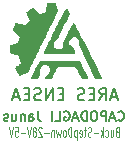
<source format=gbo>
G04 #@! TF.GenerationSoftware,KiCad,Pcbnew,9.0.1-9.0.1-0~ubuntu24.04.1*
G04 #@! TF.CreationDate,2025-05-08T14:48:16+02:00*
G04 #@! TF.ProjectId,MP1584-5V,4d503135-3834-42d3-9556-2e6b69636164,rev?*
G04 #@! TF.SameCoordinates,Original*
G04 #@! TF.FileFunction,Legend,Bot*
G04 #@! TF.FilePolarity,Positive*
%FSLAX46Y46*%
G04 Gerber Fmt 4.6, Leading zero omitted, Abs format (unit mm)*
G04 Created by KiCad (PCBNEW 9.0.1-9.0.1-0~ubuntu24.04.1) date 2025-05-08 14:48:16*
%MOMM*%
%LPD*%
G01*
G04 APERTURE LIST*
G04 Aperture macros list*
%AMRoundRect*
0 Rectangle with rounded corners*
0 $1 Rounding radius*
0 $2 $3 $4 $5 $6 $7 $8 $9 X,Y pos of 4 corners*
0 Add a 4 corners polygon primitive as box body*
4,1,4,$2,$3,$4,$5,$6,$7,$8,$9,$2,$3,0*
0 Add four circle primitives for the rounded corners*
1,1,$1+$1,$2,$3*
1,1,$1+$1,$4,$5*
1,1,$1+$1,$6,$7*
1,1,$1+$1,$8,$9*
0 Add four rect primitives between the rounded corners*
20,1,$1+$1,$2,$3,$4,$5,0*
20,1,$1+$1,$4,$5,$6,$7,0*
20,1,$1+$1,$6,$7,$8,$9,0*
20,1,$1+$1,$8,$9,$2,$3,0*%
G04 Aperture macros list end*
%ADD10C,0.125000*%
%ADD11C,0.150000*%
%ADD12C,0.000000*%
%ADD13RoundRect,0.250000X0.750000X-0.600000X0.750000X0.600000X-0.750000X0.600000X-0.750000X-0.600000X0*%
%ADD14O,2.000000X1.700000*%
%ADD15RoundRect,0.250000X-0.750000X0.600000X-0.750000X-0.600000X0.750000X-0.600000X0.750000X0.600000X0*%
G04 APERTURE END LIST*
D10*
X174242049Y-94346547D02*
X174170621Y-94384642D01*
X174170621Y-94384642D02*
X174146811Y-94422738D01*
X174146811Y-94422738D02*
X174123002Y-94498928D01*
X174123002Y-94498928D02*
X174123002Y-94613214D01*
X174123002Y-94613214D02*
X174146811Y-94689404D01*
X174146811Y-94689404D02*
X174170621Y-94727500D01*
X174170621Y-94727500D02*
X174218240Y-94765595D01*
X174218240Y-94765595D02*
X174408716Y-94765595D01*
X174408716Y-94765595D02*
X174408716Y-93965595D01*
X174408716Y-93965595D02*
X174242049Y-93965595D01*
X174242049Y-93965595D02*
X174194430Y-94003690D01*
X174194430Y-94003690D02*
X174170621Y-94041785D01*
X174170621Y-94041785D02*
X174146811Y-94117976D01*
X174146811Y-94117976D02*
X174146811Y-94194166D01*
X174146811Y-94194166D02*
X174170621Y-94270357D01*
X174170621Y-94270357D02*
X174194430Y-94308452D01*
X174194430Y-94308452D02*
X174242049Y-94346547D01*
X174242049Y-94346547D02*
X174408716Y-94346547D01*
X173694430Y-94232261D02*
X173694430Y-94765595D01*
X173908716Y-94232261D02*
X173908716Y-94651309D01*
X173908716Y-94651309D02*
X173884906Y-94727500D01*
X173884906Y-94727500D02*
X173837287Y-94765595D01*
X173837287Y-94765595D02*
X173765859Y-94765595D01*
X173765859Y-94765595D02*
X173718240Y-94727500D01*
X173718240Y-94727500D02*
X173694430Y-94689404D01*
X173242049Y-94727500D02*
X173289668Y-94765595D01*
X173289668Y-94765595D02*
X173384906Y-94765595D01*
X173384906Y-94765595D02*
X173432525Y-94727500D01*
X173432525Y-94727500D02*
X173456335Y-94689404D01*
X173456335Y-94689404D02*
X173480144Y-94613214D01*
X173480144Y-94613214D02*
X173480144Y-94384642D01*
X173480144Y-94384642D02*
X173456335Y-94308452D01*
X173456335Y-94308452D02*
X173432525Y-94270357D01*
X173432525Y-94270357D02*
X173384906Y-94232261D01*
X173384906Y-94232261D02*
X173289668Y-94232261D01*
X173289668Y-94232261D02*
X173242049Y-94270357D01*
X173027764Y-94765595D02*
X173027764Y-93965595D01*
X172980145Y-94460833D02*
X172837288Y-94765595D01*
X172837288Y-94232261D02*
X173027764Y-94537023D01*
X172623002Y-94460833D02*
X172242050Y-94460833D01*
X172027763Y-94727500D02*
X171956335Y-94765595D01*
X171956335Y-94765595D02*
X171837287Y-94765595D01*
X171837287Y-94765595D02*
X171789668Y-94727500D01*
X171789668Y-94727500D02*
X171765859Y-94689404D01*
X171765859Y-94689404D02*
X171742049Y-94613214D01*
X171742049Y-94613214D02*
X171742049Y-94537023D01*
X171742049Y-94537023D02*
X171765859Y-94460833D01*
X171765859Y-94460833D02*
X171789668Y-94422738D01*
X171789668Y-94422738D02*
X171837287Y-94384642D01*
X171837287Y-94384642D02*
X171932525Y-94346547D01*
X171932525Y-94346547D02*
X171980144Y-94308452D01*
X171980144Y-94308452D02*
X172003954Y-94270357D01*
X172003954Y-94270357D02*
X172027763Y-94194166D01*
X172027763Y-94194166D02*
X172027763Y-94117976D01*
X172027763Y-94117976D02*
X172003954Y-94041785D01*
X172003954Y-94041785D02*
X171980144Y-94003690D01*
X171980144Y-94003690D02*
X171932525Y-93965595D01*
X171932525Y-93965595D02*
X171813478Y-93965595D01*
X171813478Y-93965595D02*
X171742049Y-94003690D01*
X171599192Y-94232261D02*
X171408716Y-94232261D01*
X171527764Y-93965595D02*
X171527764Y-94651309D01*
X171527764Y-94651309D02*
X171503954Y-94727500D01*
X171503954Y-94727500D02*
X171456335Y-94765595D01*
X171456335Y-94765595D02*
X171408716Y-94765595D01*
X171051574Y-94727500D02*
X171099193Y-94765595D01*
X171099193Y-94765595D02*
X171194431Y-94765595D01*
X171194431Y-94765595D02*
X171242050Y-94727500D01*
X171242050Y-94727500D02*
X171265859Y-94651309D01*
X171265859Y-94651309D02*
X171265859Y-94346547D01*
X171265859Y-94346547D02*
X171242050Y-94270357D01*
X171242050Y-94270357D02*
X171194431Y-94232261D01*
X171194431Y-94232261D02*
X171099193Y-94232261D01*
X171099193Y-94232261D02*
X171051574Y-94270357D01*
X171051574Y-94270357D02*
X171027764Y-94346547D01*
X171027764Y-94346547D02*
X171027764Y-94422738D01*
X171027764Y-94422738D02*
X171265859Y-94498928D01*
X170813479Y-94232261D02*
X170813479Y-95032261D01*
X170813479Y-94270357D02*
X170765860Y-94232261D01*
X170765860Y-94232261D02*
X170670622Y-94232261D01*
X170670622Y-94232261D02*
X170623003Y-94270357D01*
X170623003Y-94270357D02*
X170599193Y-94308452D01*
X170599193Y-94308452D02*
X170575384Y-94384642D01*
X170575384Y-94384642D02*
X170575384Y-94613214D01*
X170575384Y-94613214D02*
X170599193Y-94689404D01*
X170599193Y-94689404D02*
X170623003Y-94727500D01*
X170623003Y-94727500D02*
X170670622Y-94765595D01*
X170670622Y-94765595D02*
X170765860Y-94765595D01*
X170765860Y-94765595D02*
X170813479Y-94727500D01*
X170361098Y-94765595D02*
X170361098Y-93965595D01*
X170361098Y-93965595D02*
X170242050Y-93965595D01*
X170242050Y-93965595D02*
X170170622Y-94003690D01*
X170170622Y-94003690D02*
X170123003Y-94079880D01*
X170123003Y-94079880D02*
X170099193Y-94156071D01*
X170099193Y-94156071D02*
X170075384Y-94308452D01*
X170075384Y-94308452D02*
X170075384Y-94422738D01*
X170075384Y-94422738D02*
X170099193Y-94575119D01*
X170099193Y-94575119D02*
X170123003Y-94651309D01*
X170123003Y-94651309D02*
X170170622Y-94727500D01*
X170170622Y-94727500D02*
X170242050Y-94765595D01*
X170242050Y-94765595D02*
X170361098Y-94765595D01*
X169789669Y-94765595D02*
X169837288Y-94727500D01*
X169837288Y-94727500D02*
X169861098Y-94689404D01*
X169861098Y-94689404D02*
X169884907Y-94613214D01*
X169884907Y-94613214D02*
X169884907Y-94384642D01*
X169884907Y-94384642D02*
X169861098Y-94308452D01*
X169861098Y-94308452D02*
X169837288Y-94270357D01*
X169837288Y-94270357D02*
X169789669Y-94232261D01*
X169789669Y-94232261D02*
X169718241Y-94232261D01*
X169718241Y-94232261D02*
X169670622Y-94270357D01*
X169670622Y-94270357D02*
X169646812Y-94308452D01*
X169646812Y-94308452D02*
X169623003Y-94384642D01*
X169623003Y-94384642D02*
X169623003Y-94613214D01*
X169623003Y-94613214D02*
X169646812Y-94689404D01*
X169646812Y-94689404D02*
X169670622Y-94727500D01*
X169670622Y-94727500D02*
X169718241Y-94765595D01*
X169718241Y-94765595D02*
X169789669Y-94765595D01*
X169456336Y-94232261D02*
X169361098Y-94765595D01*
X169361098Y-94765595D02*
X169265860Y-94384642D01*
X169265860Y-94384642D02*
X169170622Y-94765595D01*
X169170622Y-94765595D02*
X169075384Y-94232261D01*
X168884907Y-94232261D02*
X168884907Y-94765595D01*
X168884907Y-94308452D02*
X168861097Y-94270357D01*
X168861097Y-94270357D02*
X168813478Y-94232261D01*
X168813478Y-94232261D02*
X168742050Y-94232261D01*
X168742050Y-94232261D02*
X168694431Y-94270357D01*
X168694431Y-94270357D02*
X168670621Y-94346547D01*
X168670621Y-94346547D02*
X168670621Y-94765595D01*
X168432526Y-94460833D02*
X168051574Y-94460833D01*
X167837287Y-94041785D02*
X167813478Y-94003690D01*
X167813478Y-94003690D02*
X167765859Y-93965595D01*
X167765859Y-93965595D02*
X167646811Y-93965595D01*
X167646811Y-93965595D02*
X167599192Y-94003690D01*
X167599192Y-94003690D02*
X167575383Y-94041785D01*
X167575383Y-94041785D02*
X167551573Y-94117976D01*
X167551573Y-94117976D02*
X167551573Y-94194166D01*
X167551573Y-94194166D02*
X167575383Y-94308452D01*
X167575383Y-94308452D02*
X167861097Y-94765595D01*
X167861097Y-94765595D02*
X167551573Y-94765595D01*
X167265859Y-94308452D02*
X167313478Y-94270357D01*
X167313478Y-94270357D02*
X167337288Y-94232261D01*
X167337288Y-94232261D02*
X167361097Y-94156071D01*
X167361097Y-94156071D02*
X167361097Y-94117976D01*
X167361097Y-94117976D02*
X167337288Y-94041785D01*
X167337288Y-94041785D02*
X167313478Y-94003690D01*
X167313478Y-94003690D02*
X167265859Y-93965595D01*
X167265859Y-93965595D02*
X167170621Y-93965595D01*
X167170621Y-93965595D02*
X167123002Y-94003690D01*
X167123002Y-94003690D02*
X167099193Y-94041785D01*
X167099193Y-94041785D02*
X167075383Y-94117976D01*
X167075383Y-94117976D02*
X167075383Y-94156071D01*
X167075383Y-94156071D02*
X167099193Y-94232261D01*
X167099193Y-94232261D02*
X167123002Y-94270357D01*
X167123002Y-94270357D02*
X167170621Y-94308452D01*
X167170621Y-94308452D02*
X167265859Y-94308452D01*
X167265859Y-94308452D02*
X167313478Y-94346547D01*
X167313478Y-94346547D02*
X167337288Y-94384642D01*
X167337288Y-94384642D02*
X167361097Y-94460833D01*
X167361097Y-94460833D02*
X167361097Y-94613214D01*
X167361097Y-94613214D02*
X167337288Y-94689404D01*
X167337288Y-94689404D02*
X167313478Y-94727500D01*
X167313478Y-94727500D02*
X167265859Y-94765595D01*
X167265859Y-94765595D02*
X167170621Y-94765595D01*
X167170621Y-94765595D02*
X167123002Y-94727500D01*
X167123002Y-94727500D02*
X167099193Y-94689404D01*
X167099193Y-94689404D02*
X167075383Y-94613214D01*
X167075383Y-94613214D02*
X167075383Y-94460833D01*
X167075383Y-94460833D02*
X167099193Y-94384642D01*
X167099193Y-94384642D02*
X167123002Y-94346547D01*
X167123002Y-94346547D02*
X167170621Y-94308452D01*
X166932526Y-93965595D02*
X166765860Y-94765595D01*
X166765860Y-94765595D02*
X166599193Y-93965595D01*
X166432527Y-94460833D02*
X166051575Y-94460833D01*
X165575384Y-93965595D02*
X165813479Y-93965595D01*
X165813479Y-93965595D02*
X165837288Y-94346547D01*
X165837288Y-94346547D02*
X165813479Y-94308452D01*
X165813479Y-94308452D02*
X165765860Y-94270357D01*
X165765860Y-94270357D02*
X165646812Y-94270357D01*
X165646812Y-94270357D02*
X165599193Y-94308452D01*
X165599193Y-94308452D02*
X165575384Y-94346547D01*
X165575384Y-94346547D02*
X165551574Y-94422738D01*
X165551574Y-94422738D02*
X165551574Y-94613214D01*
X165551574Y-94613214D02*
X165575384Y-94689404D01*
X165575384Y-94689404D02*
X165599193Y-94727500D01*
X165599193Y-94727500D02*
X165646812Y-94765595D01*
X165646812Y-94765595D02*
X165765860Y-94765595D01*
X165765860Y-94765595D02*
X165813479Y-94727500D01*
X165813479Y-94727500D02*
X165837288Y-94689404D01*
X165408717Y-93965595D02*
X165242051Y-94765595D01*
X165242051Y-94765595D02*
X165075384Y-93965595D01*
D11*
X174210839Y-91384104D02*
X173734649Y-91384104D01*
X174306077Y-91669819D02*
X173972744Y-90669819D01*
X173972744Y-90669819D02*
X173639411Y-91669819D01*
X172734649Y-91669819D02*
X173067982Y-91193628D01*
X173306077Y-91669819D02*
X173306077Y-90669819D01*
X173306077Y-90669819D02*
X172925125Y-90669819D01*
X172925125Y-90669819D02*
X172829887Y-90717438D01*
X172829887Y-90717438D02*
X172782268Y-90765057D01*
X172782268Y-90765057D02*
X172734649Y-90860295D01*
X172734649Y-90860295D02*
X172734649Y-91003152D01*
X172734649Y-91003152D02*
X172782268Y-91098390D01*
X172782268Y-91098390D02*
X172829887Y-91146009D01*
X172829887Y-91146009D02*
X172925125Y-91193628D01*
X172925125Y-91193628D02*
X173306077Y-91193628D01*
X172306077Y-91146009D02*
X171972744Y-91146009D01*
X171829887Y-91669819D02*
X172306077Y-91669819D01*
X172306077Y-91669819D02*
X172306077Y-90669819D01*
X172306077Y-90669819D02*
X171829887Y-90669819D01*
X171448934Y-91622200D02*
X171306077Y-91669819D01*
X171306077Y-91669819D02*
X171067982Y-91669819D01*
X171067982Y-91669819D02*
X170972744Y-91622200D01*
X170972744Y-91622200D02*
X170925125Y-91574580D01*
X170925125Y-91574580D02*
X170877506Y-91479342D01*
X170877506Y-91479342D02*
X170877506Y-91384104D01*
X170877506Y-91384104D02*
X170925125Y-91288866D01*
X170925125Y-91288866D02*
X170972744Y-91241247D01*
X170972744Y-91241247D02*
X171067982Y-91193628D01*
X171067982Y-91193628D02*
X171258458Y-91146009D01*
X171258458Y-91146009D02*
X171353696Y-91098390D01*
X171353696Y-91098390D02*
X171401315Y-91050771D01*
X171401315Y-91050771D02*
X171448934Y-90955533D01*
X171448934Y-90955533D02*
X171448934Y-90860295D01*
X171448934Y-90860295D02*
X171401315Y-90765057D01*
X171401315Y-90765057D02*
X171353696Y-90717438D01*
X171353696Y-90717438D02*
X171258458Y-90669819D01*
X171258458Y-90669819D02*
X171020363Y-90669819D01*
X171020363Y-90669819D02*
X170877506Y-90717438D01*
X169687029Y-91146009D02*
X169353696Y-91146009D01*
X169210839Y-91669819D02*
X169687029Y-91669819D01*
X169687029Y-91669819D02*
X169687029Y-90669819D01*
X169687029Y-90669819D02*
X169210839Y-90669819D01*
X168782267Y-91669819D02*
X168782267Y-90669819D01*
X168782267Y-90669819D02*
X168210839Y-91669819D01*
X168210839Y-91669819D02*
X168210839Y-90669819D01*
X167782267Y-91622200D02*
X167639410Y-91669819D01*
X167639410Y-91669819D02*
X167401315Y-91669819D01*
X167401315Y-91669819D02*
X167306077Y-91622200D01*
X167306077Y-91622200D02*
X167258458Y-91574580D01*
X167258458Y-91574580D02*
X167210839Y-91479342D01*
X167210839Y-91479342D02*
X167210839Y-91384104D01*
X167210839Y-91384104D02*
X167258458Y-91288866D01*
X167258458Y-91288866D02*
X167306077Y-91241247D01*
X167306077Y-91241247D02*
X167401315Y-91193628D01*
X167401315Y-91193628D02*
X167591791Y-91146009D01*
X167591791Y-91146009D02*
X167687029Y-91098390D01*
X167687029Y-91098390D02*
X167734648Y-91050771D01*
X167734648Y-91050771D02*
X167782267Y-90955533D01*
X167782267Y-90955533D02*
X167782267Y-90860295D01*
X167782267Y-90860295D02*
X167734648Y-90765057D01*
X167734648Y-90765057D02*
X167687029Y-90717438D01*
X167687029Y-90717438D02*
X167591791Y-90669819D01*
X167591791Y-90669819D02*
X167353696Y-90669819D01*
X167353696Y-90669819D02*
X167210839Y-90717438D01*
X166782267Y-91146009D02*
X166448934Y-91146009D01*
X166306077Y-91669819D02*
X166782267Y-91669819D01*
X166782267Y-91669819D02*
X166782267Y-90669819D01*
X166782267Y-90669819D02*
X166306077Y-90669819D01*
X165925124Y-91384104D02*
X165448934Y-91384104D01*
X166020362Y-91669819D02*
X165687029Y-90669819D01*
X165687029Y-90669819D02*
X165353696Y-91669819D01*
X174323696Y-93338104D02*
X174361792Y-93376200D01*
X174361792Y-93376200D02*
X174476077Y-93414295D01*
X174476077Y-93414295D02*
X174552268Y-93414295D01*
X174552268Y-93414295D02*
X174666554Y-93376200D01*
X174666554Y-93376200D02*
X174742744Y-93300009D01*
X174742744Y-93300009D02*
X174780839Y-93223819D01*
X174780839Y-93223819D02*
X174818935Y-93071438D01*
X174818935Y-93071438D02*
X174818935Y-92957152D01*
X174818935Y-92957152D02*
X174780839Y-92804771D01*
X174780839Y-92804771D02*
X174742744Y-92728580D01*
X174742744Y-92728580D02*
X174666554Y-92652390D01*
X174666554Y-92652390D02*
X174552268Y-92614295D01*
X174552268Y-92614295D02*
X174476077Y-92614295D01*
X174476077Y-92614295D02*
X174361792Y-92652390D01*
X174361792Y-92652390D02*
X174323696Y-92690485D01*
X174018935Y-93185723D02*
X173637982Y-93185723D01*
X174095125Y-93414295D02*
X173828458Y-92614295D01*
X173828458Y-92614295D02*
X173561792Y-93414295D01*
X173295125Y-93414295D02*
X173295125Y-92614295D01*
X173295125Y-92614295D02*
X172990363Y-92614295D01*
X172990363Y-92614295D02*
X172914173Y-92652390D01*
X172914173Y-92652390D02*
X172876078Y-92690485D01*
X172876078Y-92690485D02*
X172837982Y-92766676D01*
X172837982Y-92766676D02*
X172837982Y-92880961D01*
X172837982Y-92880961D02*
X172876078Y-92957152D01*
X172876078Y-92957152D02*
X172914173Y-92995247D01*
X172914173Y-92995247D02*
X172990363Y-93033342D01*
X172990363Y-93033342D02*
X173295125Y-93033342D01*
X172342744Y-92614295D02*
X172190363Y-92614295D01*
X172190363Y-92614295D02*
X172114173Y-92652390D01*
X172114173Y-92652390D02*
X172037982Y-92728580D01*
X172037982Y-92728580D02*
X171999887Y-92880961D01*
X171999887Y-92880961D02*
X171999887Y-93147628D01*
X171999887Y-93147628D02*
X172037982Y-93300009D01*
X172037982Y-93300009D02*
X172114173Y-93376200D01*
X172114173Y-93376200D02*
X172190363Y-93414295D01*
X172190363Y-93414295D02*
X172342744Y-93414295D01*
X172342744Y-93414295D02*
X172418935Y-93376200D01*
X172418935Y-93376200D02*
X172495125Y-93300009D01*
X172495125Y-93300009D02*
X172533221Y-93147628D01*
X172533221Y-93147628D02*
X172533221Y-92880961D01*
X172533221Y-92880961D02*
X172495125Y-92728580D01*
X172495125Y-92728580D02*
X172418935Y-92652390D01*
X172418935Y-92652390D02*
X172342744Y-92614295D01*
X171657030Y-93414295D02*
X171657030Y-92614295D01*
X171657030Y-92614295D02*
X171466554Y-92614295D01*
X171466554Y-92614295D02*
X171352268Y-92652390D01*
X171352268Y-92652390D02*
X171276078Y-92728580D01*
X171276078Y-92728580D02*
X171237983Y-92804771D01*
X171237983Y-92804771D02*
X171199887Y-92957152D01*
X171199887Y-92957152D02*
X171199887Y-93071438D01*
X171199887Y-93071438D02*
X171237983Y-93223819D01*
X171237983Y-93223819D02*
X171276078Y-93300009D01*
X171276078Y-93300009D02*
X171352268Y-93376200D01*
X171352268Y-93376200D02*
X171466554Y-93414295D01*
X171466554Y-93414295D02*
X171657030Y-93414295D01*
X170895126Y-93185723D02*
X170514173Y-93185723D01*
X170971316Y-93414295D02*
X170704649Y-92614295D01*
X170704649Y-92614295D02*
X170437983Y-93414295D01*
X169752269Y-92652390D02*
X169828459Y-92614295D01*
X169828459Y-92614295D02*
X169942745Y-92614295D01*
X169942745Y-92614295D02*
X170057031Y-92652390D01*
X170057031Y-92652390D02*
X170133221Y-92728580D01*
X170133221Y-92728580D02*
X170171316Y-92804771D01*
X170171316Y-92804771D02*
X170209412Y-92957152D01*
X170209412Y-92957152D02*
X170209412Y-93071438D01*
X170209412Y-93071438D02*
X170171316Y-93223819D01*
X170171316Y-93223819D02*
X170133221Y-93300009D01*
X170133221Y-93300009D02*
X170057031Y-93376200D01*
X170057031Y-93376200D02*
X169942745Y-93414295D01*
X169942745Y-93414295D02*
X169866554Y-93414295D01*
X169866554Y-93414295D02*
X169752269Y-93376200D01*
X169752269Y-93376200D02*
X169714173Y-93338104D01*
X169714173Y-93338104D02*
X169714173Y-93071438D01*
X169714173Y-93071438D02*
X169866554Y-93071438D01*
X168990364Y-93414295D02*
X169371316Y-93414295D01*
X169371316Y-93414295D02*
X169371316Y-92614295D01*
X168723697Y-93414295D02*
X168723697Y-92614295D01*
X167504650Y-92614295D02*
X167504650Y-93185723D01*
X167504650Y-93185723D02*
X167542745Y-93300009D01*
X167542745Y-93300009D02*
X167618936Y-93376200D01*
X167618936Y-93376200D02*
X167733221Y-93414295D01*
X167733221Y-93414295D02*
X167809412Y-93414295D01*
X166780840Y-93414295D02*
X166780840Y-92995247D01*
X166780840Y-92995247D02*
X166818935Y-92919057D01*
X166818935Y-92919057D02*
X166895126Y-92880961D01*
X166895126Y-92880961D02*
X167047507Y-92880961D01*
X167047507Y-92880961D02*
X167123697Y-92919057D01*
X166780840Y-93376200D02*
X166857031Y-93414295D01*
X166857031Y-93414295D02*
X167047507Y-93414295D01*
X167047507Y-93414295D02*
X167123697Y-93376200D01*
X167123697Y-93376200D02*
X167161793Y-93300009D01*
X167161793Y-93300009D02*
X167161793Y-93223819D01*
X167161793Y-93223819D02*
X167123697Y-93147628D01*
X167123697Y-93147628D02*
X167047507Y-93109533D01*
X167047507Y-93109533D02*
X166857031Y-93109533D01*
X166857031Y-93109533D02*
X166780840Y-93071438D01*
X166399887Y-92880961D02*
X166399887Y-93414295D01*
X166399887Y-92957152D02*
X166361792Y-92919057D01*
X166361792Y-92919057D02*
X166285602Y-92880961D01*
X166285602Y-92880961D02*
X166171316Y-92880961D01*
X166171316Y-92880961D02*
X166095125Y-92919057D01*
X166095125Y-92919057D02*
X166057030Y-92995247D01*
X166057030Y-92995247D02*
X166057030Y-93414295D01*
X165333220Y-92880961D02*
X165333220Y-93414295D01*
X165676077Y-92880961D02*
X165676077Y-93300009D01*
X165676077Y-93300009D02*
X165637982Y-93376200D01*
X165637982Y-93376200D02*
X165561792Y-93414295D01*
X165561792Y-93414295D02*
X165447506Y-93414295D01*
X165447506Y-93414295D02*
X165371315Y-93376200D01*
X165371315Y-93376200D02*
X165333220Y-93338104D01*
X164990363Y-93376200D02*
X164914172Y-93414295D01*
X164914172Y-93414295D02*
X164761791Y-93414295D01*
X164761791Y-93414295D02*
X164685601Y-93376200D01*
X164685601Y-93376200D02*
X164647505Y-93300009D01*
X164647505Y-93300009D02*
X164647505Y-93261914D01*
X164647505Y-93261914D02*
X164685601Y-93185723D01*
X164685601Y-93185723D02*
X164761791Y-93147628D01*
X164761791Y-93147628D02*
X164876077Y-93147628D01*
X164876077Y-93147628D02*
X164952267Y-93109533D01*
X164952267Y-93109533D02*
X164990363Y-93033342D01*
X164990363Y-93033342D02*
X164990363Y-92995247D01*
X164990363Y-92995247D02*
X164952267Y-92919057D01*
X164952267Y-92919057D02*
X164876077Y-92880961D01*
X164876077Y-92880961D02*
X164761791Y-92880961D01*
X164761791Y-92880961D02*
X164685601Y-92919057D01*
D12*
G36*
X171440881Y-89112850D02*
G01*
X171493499Y-89218708D01*
X171582477Y-89397814D01*
X171662187Y-89558384D01*
X171729728Y-89694571D01*
X171782201Y-89800527D01*
X171816706Y-89870403D01*
X171830344Y-89898351D01*
X171811394Y-89905828D01*
X171748965Y-89912335D01*
X171652926Y-89916741D01*
X171533420Y-89918361D01*
X171227603Y-89918361D01*
X171047182Y-89524821D01*
X171014733Y-89454861D01*
X170945062Y-89309431D01*
X170878092Y-89175362D01*
X170820127Y-89065129D01*
X170777473Y-88991208D01*
X170688184Y-88851134D01*
X169979490Y-88851134D01*
X169964217Y-88851136D01*
X169745263Y-88851689D01*
X169572992Y-88853454D01*
X169441125Y-88856758D01*
X169343380Y-88861923D01*
X169273478Y-88869276D01*
X169225138Y-88879140D01*
X169192079Y-88891840D01*
X169187502Y-88894273D01*
X169134987Y-88933623D01*
X169113362Y-88971675D01*
X169103398Y-89003320D01*
X169072838Y-89075556D01*
X169025442Y-89179248D01*
X168965030Y-89306056D01*
X168895419Y-89447639D01*
X168677475Y-89884476D01*
X168395156Y-89899286D01*
X168304627Y-89903057D01*
X168201243Y-89904573D01*
X168127297Y-89902253D01*
X168094691Y-89896218D01*
X168093820Y-89894973D01*
X168098172Y-89859951D01*
X168122258Y-89792485D01*
X168161393Y-89705936D01*
X168200809Y-89632078D01*
X168273764Y-89530797D01*
X168359981Y-89457142D01*
X168400990Y-89427602D01*
X168490310Y-89335831D01*
X168538586Y-89225819D01*
X168553068Y-89083541D01*
X168548743Y-88998030D01*
X168527079Y-88918998D01*
X168479696Y-88843565D01*
X168460387Y-88820467D01*
X168394720Y-88761990D01*
X168333258Y-88730494D01*
X168280014Y-88712651D01*
X168244972Y-88688998D01*
X168203965Y-88665403D01*
X168131970Y-88667782D01*
X168042895Y-88692845D01*
X167949713Y-88735710D01*
X167865398Y-88791495D01*
X167802926Y-88855319D01*
X167784657Y-88882507D01*
X167760829Y-88931076D01*
X167747009Y-88990382D01*
X167740538Y-89074619D01*
X167738760Y-89197983D01*
X167738679Y-89226548D01*
X167736670Y-89337839D01*
X167728452Y-89419509D01*
X167709242Y-89490703D01*
X167674252Y-89570564D01*
X167618696Y-89678235D01*
X167499181Y-89905021D01*
X167201177Y-89905021D01*
X167096022Y-89904173D01*
X166992856Y-89901354D01*
X166920393Y-89897028D01*
X166889960Y-89891681D01*
X166890963Y-89885039D01*
X166909519Y-89838674D01*
X166948171Y-89753309D01*
X167004135Y-89634794D01*
X167074631Y-89488978D01*
X167156875Y-89321712D01*
X167248084Y-89138843D01*
X167310465Y-89015302D01*
X167424659Y-88793601D01*
X167519180Y-88616773D01*
X167593493Y-88485776D01*
X167647065Y-88401568D01*
X167662428Y-88384223D01*
X171034370Y-88384223D01*
X171047711Y-88397563D01*
X171061051Y-88384223D01*
X171047711Y-88370882D01*
X171034370Y-88384223D01*
X167662428Y-88384223D01*
X167679363Y-88365104D01*
X167695463Y-88359381D01*
X167737008Y-88352494D01*
X167804322Y-88346575D01*
X167900856Y-88341537D01*
X168030057Y-88337294D01*
X168195374Y-88333761D01*
X168400257Y-88330851D01*
X168648154Y-88328477D01*
X168942515Y-88326555D01*
X169286786Y-88324998D01*
X169509903Y-88324303D01*
X169786076Y-88323869D01*
X170044993Y-88323929D01*
X170281497Y-88324459D01*
X170490429Y-88325432D01*
X170666632Y-88326823D01*
X170804949Y-88328607D01*
X170900220Y-88330757D01*
X170947288Y-88333248D01*
X171060311Y-88347360D01*
X171078638Y-88384223D01*
X171440881Y-89112850D01*
G37*
G36*
X169126960Y-83820668D02*
G01*
X169210808Y-84166357D01*
X168991087Y-84621088D01*
X168980237Y-84643517D01*
X168932788Y-84741310D01*
X168865823Y-84879038D01*
X168781489Y-85052303D01*
X168681929Y-85256712D01*
X168569287Y-85487870D01*
X168445710Y-85741381D01*
X168313341Y-86012850D01*
X168174326Y-86297882D01*
X168030808Y-86592083D01*
X167884934Y-86891058D01*
X167738847Y-87190410D01*
X167594692Y-87485746D01*
X167454615Y-87772670D01*
X167320759Y-88046788D01*
X167195269Y-88303704D01*
X167080291Y-88539023D01*
X166977969Y-88748350D01*
X166890448Y-88927290D01*
X166819872Y-89071449D01*
X166768387Y-89176430D01*
X166738137Y-89237840D01*
X166672080Y-89371080D01*
X166325232Y-89483121D01*
X166287475Y-89495314D01*
X166165454Y-89534681D01*
X166065965Y-89566716D01*
X165998422Y-89588391D01*
X165972240Y-89596678D01*
X165969159Y-89593614D01*
X165942951Y-89558101D01*
X165894729Y-89489027D01*
X165829915Y-89394220D01*
X165753931Y-89281508D01*
X165541765Y-88964823D01*
X165626671Y-88886209D01*
X165636999Y-88876787D01*
X165705709Y-88817163D01*
X165796180Y-88741775D01*
X165891671Y-88664622D01*
X165925732Y-88637375D01*
X166000443Y-88575937D01*
X166052330Y-88530805D01*
X166071765Y-88510233D01*
X166069136Y-88499497D01*
X166053168Y-88447450D01*
X166025932Y-88363135D01*
X165991160Y-88258224D01*
X165973093Y-88203089D01*
X165939922Y-88094782D01*
X165915886Y-88006569D01*
X165905253Y-87953580D01*
X165904579Y-87944903D01*
X165901346Y-87922207D01*
X165890695Y-87904152D01*
X165865225Y-87887843D01*
X165817537Y-87870384D01*
X165740230Y-87848879D01*
X165625904Y-87820433D01*
X165467159Y-87782150D01*
X165409132Y-87767869D01*
X165307287Y-87741186D01*
X165230954Y-87719037D01*
X165193376Y-87705146D01*
X165181294Y-87677321D01*
X165168118Y-87603192D01*
X165156320Y-87491803D01*
X165147014Y-87351638D01*
X165141809Y-87244013D01*
X165138258Y-87138446D01*
X165139502Y-87070447D01*
X165146407Y-87030996D01*
X165159841Y-87011076D01*
X165180670Y-87001667D01*
X165216999Y-86992814D01*
X165297289Y-86975140D01*
X165406123Y-86952188D01*
X165530670Y-86926706D01*
X165830017Y-86866358D01*
X165859548Y-86718147D01*
X165887024Y-86586785D01*
X165916790Y-86465113D01*
X165941081Y-86393367D01*
X165960393Y-86369832D01*
X165972248Y-86361035D01*
X165984200Y-86318956D01*
X165975650Y-86289090D01*
X165926215Y-86226654D01*
X165836464Y-86146959D01*
X165757834Y-86082594D01*
X165644307Y-85986148D01*
X165544244Y-85897677D01*
X165403592Y-85769517D01*
X165512527Y-85463279D01*
X165514376Y-85458082D01*
X165556677Y-85340339D01*
X165592394Y-85242965D01*
X165617814Y-85175948D01*
X165629225Y-85149276D01*
X165642427Y-85149964D01*
X165699817Y-85159531D01*
X165794465Y-85177771D01*
X165917507Y-85202953D01*
X166060077Y-85233348D01*
X166483165Y-85325184D01*
X166522356Y-85267203D01*
X166555324Y-85225239D01*
X166615986Y-85156650D01*
X166687488Y-85081375D01*
X166813430Y-84953528D01*
X166682724Y-84615267D01*
X166670197Y-84582723D01*
X166623858Y-84459952D01*
X166586331Y-84356806D01*
X166561192Y-84283294D01*
X166552017Y-84249427D01*
X166556864Y-84241367D01*
X166593510Y-84204297D01*
X166658267Y-84146039D01*
X166741727Y-84074375D01*
X166834487Y-83997088D01*
X166927140Y-83921961D01*
X167010284Y-83856775D01*
X167074511Y-83809314D01*
X167110419Y-83787360D01*
X167124688Y-83794385D01*
X167168164Y-83834093D01*
X167231279Y-83901241D01*
X167305864Y-83987465D01*
X167346679Y-84036149D01*
X167434102Y-84139200D01*
X167514186Y-84232149D01*
X167573612Y-84299473D01*
X167667851Y-84403589D01*
X167810302Y-84347987D01*
X167848502Y-84333226D01*
X167974716Y-84287818D01*
X168066996Y-84261665D01*
X168136559Y-84251449D01*
X168176420Y-84231426D01*
X168195476Y-84168676D01*
X168206481Y-84074980D01*
X168223855Y-83946976D01*
X168243693Y-83815540D01*
X168264117Y-83691940D01*
X168283248Y-83587445D01*
X168299208Y-83513323D01*
X168303126Y-83501660D01*
X168312942Y-83501660D01*
X168326282Y-83515000D01*
X168339623Y-83501660D01*
X169006639Y-83501660D01*
X169019980Y-83515000D01*
X169033320Y-83501660D01*
X169019980Y-83488319D01*
X169006639Y-83501660D01*
X168339623Y-83501660D01*
X168326282Y-83488319D01*
X168312942Y-83501660D01*
X168303126Y-83501660D01*
X168310120Y-83480843D01*
X168313149Y-83479098D01*
X168356367Y-83472392D01*
X168440073Y-83467975D01*
X168553739Y-83466221D01*
X168686837Y-83467503D01*
X169043112Y-83474979D01*
X169049584Y-83501660D01*
X169126960Y-83820668D01*
G37*
G36*
X173008740Y-89887180D02*
G01*
X172993997Y-89895716D01*
X172934466Y-89905245D01*
X172837807Y-89912041D01*
X172713234Y-89915227D01*
X172417727Y-89917608D01*
X172398280Y-89878340D01*
X172421765Y-89878340D01*
X172435106Y-89891681D01*
X172448446Y-89878340D01*
X172435106Y-89865000D01*
X172421765Y-89878340D01*
X172398280Y-89878340D01*
X171697760Y-88463816D01*
X170977792Y-87010025D01*
X170995140Y-86830002D01*
X171002222Y-86738507D01*
X170999906Y-86668047D01*
X170983571Y-86614561D01*
X170950057Y-86559050D01*
X170920146Y-86519130D01*
X170806398Y-86416440D01*
X170675932Y-86362114D01*
X170534798Y-86357813D01*
X170389046Y-86405194D01*
X170308845Y-86458419D01*
X170224135Y-86559447D01*
X170176787Y-86679016D01*
X170167130Y-86806133D01*
X170195491Y-86929808D01*
X170262200Y-87039049D01*
X170367585Y-87122867D01*
X170375813Y-87127434D01*
X170454598Y-87180466D01*
X170518360Y-87237113D01*
X170552662Y-87284302D01*
X170603184Y-87382381D01*
X170646461Y-87495785D01*
X170675223Y-87604486D01*
X170682199Y-87688457D01*
X170678295Y-87720344D01*
X170666211Y-87750240D01*
X170635884Y-87768364D01*
X170575708Y-87780519D01*
X170474076Y-87792508D01*
X170462287Y-87793627D01*
X170379942Y-87797973D01*
X170252964Y-87801365D01*
X170088454Y-87803751D01*
X169893513Y-87805076D01*
X169675242Y-87805286D01*
X169440743Y-87804329D01*
X169197117Y-87802150D01*
X169081168Y-87800811D01*
X168832931Y-87797739D01*
X168630897Y-87794724D01*
X168469989Y-87791477D01*
X168345125Y-87787712D01*
X168251228Y-87783138D01*
X168183218Y-87777467D01*
X168136015Y-87770412D01*
X168104541Y-87761682D01*
X168083716Y-87750991D01*
X168068462Y-87738050D01*
X168040524Y-87707390D01*
X168030020Y-87677075D01*
X168039357Y-87632082D01*
X168068543Y-87554984D01*
X168069578Y-87552403D01*
X168094907Y-87495263D01*
X168140675Y-87397599D01*
X168204571Y-87264066D01*
X168284282Y-87099319D01*
X168377499Y-86908014D01*
X168481911Y-86694806D01*
X168595206Y-86464349D01*
X168715074Y-86221299D01*
X168839204Y-85970311D01*
X168965284Y-85716040D01*
X169091004Y-85463141D01*
X169214053Y-85216269D01*
X169332120Y-84980079D01*
X169442893Y-84759227D01*
X169544063Y-84558367D01*
X169633318Y-84382154D01*
X169708348Y-84235244D01*
X169766840Y-84122292D01*
X169806485Y-84047953D01*
X169824971Y-84016882D01*
X169876554Y-83984021D01*
X169953032Y-83968571D01*
X169956129Y-83968582D01*
X170002665Y-83974240D01*
X170040745Y-83997125D01*
X170081400Y-84047273D01*
X170135662Y-84134718D01*
X170139102Y-84140557D01*
X170187018Y-84227269D01*
X170221023Y-84298576D01*
X170233950Y-84339544D01*
X170229688Y-84355292D01*
X170205288Y-84415884D01*
X170161886Y-84514084D01*
X170102505Y-84643585D01*
X170030164Y-84798080D01*
X169947884Y-84971264D01*
X169858688Y-85156830D01*
X169765597Y-85348472D01*
X169671630Y-85539882D01*
X169579811Y-85724755D01*
X169493159Y-85896785D01*
X169414696Y-86049664D01*
X169385784Y-86104917D01*
X169287279Y-86285487D01*
X169205837Y-86420473D01*
X169139271Y-86513010D01*
X169085389Y-86566233D01*
X169042003Y-86583277D01*
X169027571Y-86588805D01*
X168986084Y-86627537D01*
X168939244Y-86691099D01*
X168889701Y-86789881D01*
X168858895Y-86929543D01*
X168870412Y-87061870D01*
X168920272Y-87178643D01*
X169004495Y-87271646D01*
X169119100Y-87332661D01*
X169260106Y-87353471D01*
X169295936Y-87352723D01*
X169408487Y-87342989D01*
X169487454Y-87316790D01*
X169548232Y-87266637D01*
X169606213Y-87185038D01*
X169629519Y-87145997D01*
X169665283Y-87069409D01*
X169680509Y-86991820D01*
X169681777Y-86887306D01*
X169681043Y-86852078D01*
X169682226Y-86808283D01*
X169688110Y-86764086D01*
X169701083Y-86713570D01*
X169723535Y-86650814D01*
X169757855Y-86569900D01*
X169806431Y-86464909D01*
X169871652Y-86329922D01*
X169955908Y-86159019D01*
X170061588Y-85946282D01*
X170109335Y-85850412D01*
X170211558Y-85646823D01*
X170294701Y-85485114D01*
X170361692Y-85360901D01*
X170415461Y-85269796D01*
X170458937Y-85207415D01*
X170495051Y-85169370D01*
X170526732Y-85151275D01*
X170556909Y-85148745D01*
X170588513Y-85157394D01*
X170607751Y-85182261D01*
X170648720Y-85250314D01*
X170708606Y-85356737D01*
X170784861Y-85496792D01*
X170874936Y-85665743D01*
X170976282Y-85858851D01*
X171086350Y-86071382D01*
X171202592Y-86298598D01*
X171276641Y-86444224D01*
X171554098Y-86990191D01*
X171807220Y-87488793D01*
X172036047Y-87940110D01*
X172240617Y-88344221D01*
X172420971Y-88701205D01*
X172577149Y-89011141D01*
X172709190Y-89274108D01*
X172817134Y-89490185D01*
X172901021Y-89659452D01*
X172960892Y-89781987D01*
X172996785Y-89857870D01*
X173005134Y-89878340D01*
X173008740Y-89887180D01*
G37*
%LPC*%
D13*
X161430000Y-105460000D03*
D14*
X161430000Y-102960000D03*
D15*
X170330000Y-102870000D03*
D14*
X170330000Y-105370000D03*
%LPD*%
M02*

</source>
